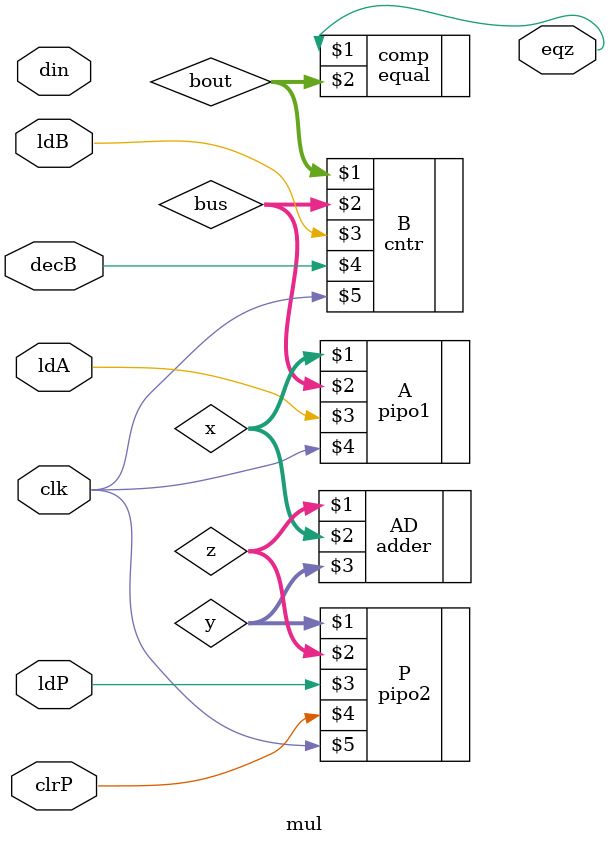
<source format=v>
`include "mul_by_add_datapath.v"
module mul(eqz,ldA,ldB,ldP,clrP,decB,din,clk);
input [15:0] din;
input ldA,ldB,ldP,clrP,decB,clk;
output eqz;
wire [15:0] x,y,z,bout,bus;

pipo1 A(x,bus,ldA,clk);
pipo2 P(y,z,ldP,clrP,clk);
adder AD(z,x,y);
cntr B(bout,bus,ldB,decB,clk);
equal comp(eqz,bout);
endmodule

</source>
